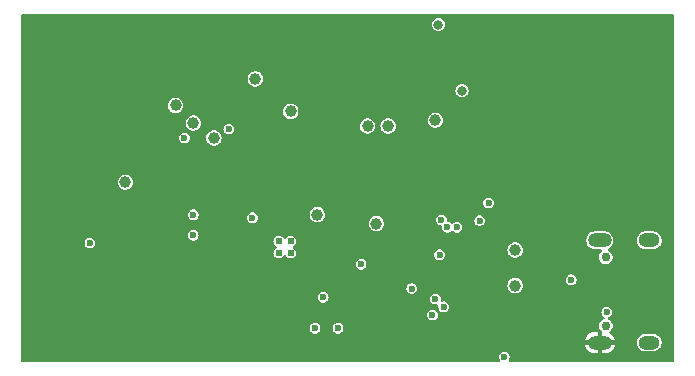
<source format=gbr>
%TF.GenerationSoftware,KiCad,Pcbnew,8.0.7*%
%TF.CreationDate,2025-01-06T14:24:51-08:00*%
%TF.ProjectId,motion-play-power,6d6f7469-6f6e-42d7-906c-61792d706f77,rev?*%
%TF.SameCoordinates,Original*%
%TF.FileFunction,Copper,L2,Inr*%
%TF.FilePolarity,Positive*%
%FSLAX46Y46*%
G04 Gerber Fmt 4.6, Leading zero omitted, Abs format (unit mm)*
G04 Created by KiCad (PCBNEW 8.0.7) date 2025-01-06 14:24:51*
%MOMM*%
%LPD*%
G01*
G04 APERTURE LIST*
%TA.AperFunction,ComponentPad*%
%ADD10C,0.750000*%
%TD*%
%TA.AperFunction,ComponentPad*%
%ADD11O,2.000000X1.200000*%
%TD*%
%TA.AperFunction,ComponentPad*%
%ADD12O,1.800000X1.200000*%
%TD*%
%TA.AperFunction,ComponentPad*%
%ADD13C,0.610000*%
%TD*%
%TA.AperFunction,ViaPad*%
%ADD14C,0.600000*%
%TD*%
%TA.AperFunction,ViaPad*%
%ADD15C,1.000000*%
%TD*%
%TA.AperFunction,ViaPad*%
%ADD16C,0.800000*%
%TD*%
G04 APERTURE END LIST*
D10*
%TO.N,*%
%TO.C,USBC1*%
X176422500Y-105650000D03*
X176422500Y-99850000D03*
D11*
%TO.N,GND*%
X175922500Y-107080000D03*
%TO.N,N/C*%
X175922500Y-98420000D03*
D12*
X180102500Y-98420000D03*
X180102500Y-107080000D03*
%TD*%
D13*
%TO.N,*%
%TO.C,U5*%
X149750000Y-98500000D03*
X148750000Y-98500000D03*
X149750000Y-99500000D03*
X148750000Y-99500000D03*
%TD*%
D14*
%TO.N,Net-(U4-FB)*%
X140750000Y-89750000D03*
X144500000Y-89000000D03*
%TO.N,GND*%
X128250000Y-102250000D03*
X128250000Y-99000000D03*
X168500000Y-81712500D03*
X170250000Y-80250000D03*
X178500000Y-92750000D03*
X181000000Y-92750000D03*
%TO.N,+3.3V*%
X146500000Y-96500000D03*
D15*
%TO.N,/Battery Management/VSYS*%
X157000000Y-97000000D03*
X152000000Y-96250000D03*
D14*
%TO.N,GND*%
X174250000Y-99500000D03*
X174475668Y-98757853D03*
D15*
%TO.N,Protected_VBUS*%
X168750000Y-99250000D03*
X168750000Y-102250000D03*
D14*
%TO.N,GND*%
X174250000Y-106500000D03*
%TO.N,+3.3V*%
X141500000Y-98000000D03*
X141500000Y-96250000D03*
D15*
%TO.N,+5V*%
X135750000Y-93500000D03*
%TO.N,/Battery Management/VSYS*%
X162000000Y-88250000D03*
D14*
%TO.N,/Battery Management/CHRG_PG*%
X155700735Y-100450735D03*
D15*
%TO.N,/Battery Management/VSYS*%
X158000000Y-88750000D03*
X156250000Y-88750000D03*
D14*
%TO.N,GND*%
X144500000Y-85750000D03*
D15*
%TO.N,/Battery Management/VSYS*%
X143250000Y-89750000D03*
X146750000Y-84750000D03*
X149750000Y-87500000D03*
%TO.N,+5V*%
X141500000Y-88500000D03*
X140000000Y-87000000D03*
D14*
%TO.N,GND*%
X154500000Y-83250000D03*
X153000000Y-83250000D03*
X166750000Y-103000000D03*
X155975000Y-94250000D03*
X163250000Y-93750000D03*
X156250000Y-86475000D03*
X161750000Y-92250000D03*
X170175000Y-106000000D03*
X169075000Y-91250000D03*
X141500000Y-86475000D03*
X162500000Y-92250000D03*
X165750000Y-94000000D03*
X163178305Y-105770565D03*
X170175000Y-107500000D03*
X165250000Y-91500000D03*
X175400000Y-83000000D03*
X165750000Y-103000000D03*
X170362500Y-99000000D03*
X161429826Y-96929826D03*
X143000000Y-86475000D03*
X162500000Y-93000000D03*
X144025000Y-98000000D03*
X141580000Y-83250000D03*
X171775000Y-104010000D03*
X161000000Y-90250000D03*
X169075000Y-92750000D03*
X158000000Y-86475000D03*
X135750000Y-98657500D03*
X163250000Y-107250000D03*
X161750000Y-93750000D03*
X155975000Y-92750000D03*
X160500000Y-90500000D03*
X154225000Y-97000000D03*
X161750000Y-93000000D03*
X164250000Y-108000000D03*
X171775000Y-102500000D03*
X146480000Y-100900000D03*
X163250000Y-92250000D03*
X163250000Y-93000000D03*
X162500000Y-93750000D03*
X153700000Y-83250000D03*
X142610000Y-104097500D03*
%TO.N,+3.3V*%
X132750000Y-98657500D03*
%TO.N,Net-(F1-Pad1)*%
X173500000Y-101750000D03*
X176500000Y-104500000D03*
%TO.N,I2C_SDA*%
X162700380Y-104049620D03*
X163817039Y-97325000D03*
X160000000Y-102500000D03*
%TO.N,I2C_SCL*%
X162357818Y-99632818D03*
X163017072Y-97317499D03*
%TO.N,/Battery Management/CHRG_INT*%
X161750000Y-104750000D03*
X165750000Y-96750000D03*
X162000000Y-103399620D03*
X153750000Y-105875000D03*
%TO.N,/Battery Management/CHRG_STAT*%
X152500000Y-103250000D03*
X162506927Y-96701255D03*
%TO.N,/Connectors/USB_ALERT*%
X151804443Y-105875000D03*
X167832087Y-108289729D03*
%TO.N,/Battery Management/CHRG_PG*%
X166500000Y-95250000D03*
D16*
%TO.N,VBAT*%
X162250000Y-80150000D03*
X164250000Y-85750000D03*
%TD*%
%TA.AperFunction,Conductor*%
%TO.N,GND*%
G36*
X182127539Y-79270185D02*
G01*
X182173294Y-79322989D01*
X182184500Y-79374500D01*
X182184500Y-108625500D01*
X182164815Y-108692539D01*
X182112011Y-108738294D01*
X182060500Y-108749500D01*
X168301312Y-108749500D01*
X168234273Y-108729815D01*
X168188518Y-108677011D01*
X168178574Y-108607853D01*
X168207599Y-108544297D01*
X168207600Y-108544297D01*
X168214966Y-108535796D01*
X168214966Y-108535794D01*
X168214969Y-108535792D01*
X168268784Y-108417955D01*
X168287220Y-108289729D01*
X168268784Y-108161503D01*
X168214969Y-108043666D01*
X168130136Y-107945762D01*
X168021156Y-107875725D01*
X168021152Y-107875723D01*
X168021151Y-107875723D01*
X167896861Y-107839229D01*
X167896859Y-107839229D01*
X167767315Y-107839229D01*
X167767313Y-107839229D01*
X167643022Y-107875723D01*
X167643019Y-107875724D01*
X167643018Y-107875725D01*
X167640146Y-107877571D01*
X167534037Y-107945762D01*
X167449205Y-108043666D01*
X167449204Y-108043667D01*
X167395389Y-108161503D01*
X167376954Y-108289729D01*
X167395389Y-108417954D01*
X167449204Y-108535790D01*
X167449207Y-108535796D01*
X167456574Y-108544297D01*
X167485600Y-108607852D01*
X167475657Y-108677011D01*
X167429902Y-108729815D01*
X167362863Y-108749500D01*
X127059500Y-108749500D01*
X126992461Y-108729815D01*
X126946706Y-108677011D01*
X126935500Y-108625500D01*
X126935500Y-106880000D01*
X174644650Y-106880000D01*
X175176079Y-106880000D01*
X175149748Y-106925606D01*
X175122489Y-107027339D01*
X175122489Y-107132661D01*
X175149748Y-107234394D01*
X175176079Y-107280000D01*
X174644650Y-107280000D01*
X174657084Y-107342512D01*
X174657086Y-107342520D01*
X174724928Y-107506307D01*
X174724933Y-107506316D01*
X174823423Y-107653716D01*
X174823426Y-107653720D01*
X174948779Y-107779073D01*
X174948783Y-107779076D01*
X175096183Y-107877566D01*
X175096192Y-107877571D01*
X175259979Y-107945413D01*
X175259987Y-107945415D01*
X175433853Y-107979999D01*
X175433857Y-107980000D01*
X175722500Y-107980000D01*
X175722500Y-107479999D01*
X176122500Y-107479999D01*
X176122500Y-107980000D01*
X176411143Y-107980000D01*
X176411146Y-107979999D01*
X176585012Y-107945415D01*
X176585020Y-107945413D01*
X176748807Y-107877571D01*
X176748816Y-107877566D01*
X176896216Y-107779076D01*
X176896220Y-107779073D01*
X177021573Y-107653720D01*
X177021576Y-107653716D01*
X177120066Y-107506316D01*
X177120071Y-107506307D01*
X177187913Y-107342520D01*
X177187915Y-107342512D01*
X177200350Y-107280000D01*
X176668921Y-107280000D01*
X176695252Y-107234394D01*
X176716815Y-107153920D01*
X179051999Y-107153920D01*
X179080840Y-107298907D01*
X179080843Y-107298917D01*
X179137412Y-107435488D01*
X179137419Y-107435501D01*
X179219548Y-107558415D01*
X179219551Y-107558419D01*
X179324080Y-107662948D01*
X179324084Y-107662951D01*
X179446998Y-107745080D01*
X179447011Y-107745087D01*
X179529069Y-107779076D01*
X179583587Y-107801658D01*
X179583591Y-107801658D01*
X179583592Y-107801659D01*
X179728579Y-107830500D01*
X179728582Y-107830500D01*
X180476420Y-107830500D01*
X180573962Y-107811096D01*
X180621413Y-107801658D01*
X180757995Y-107745084D01*
X180880916Y-107662951D01*
X180985451Y-107558416D01*
X181067584Y-107435495D01*
X181124158Y-107298913D01*
X181153000Y-107153918D01*
X181153000Y-107006082D01*
X181153000Y-107006079D01*
X181124159Y-106861092D01*
X181124158Y-106861091D01*
X181124158Y-106861087D01*
X181113102Y-106834395D01*
X181067587Y-106724511D01*
X181067580Y-106724498D01*
X180985451Y-106601584D01*
X180985448Y-106601580D01*
X180880919Y-106497051D01*
X180880915Y-106497048D01*
X180758001Y-106414919D01*
X180757988Y-106414912D01*
X180621417Y-106358343D01*
X180621407Y-106358340D01*
X180476420Y-106329500D01*
X180476418Y-106329500D01*
X179728582Y-106329500D01*
X179728580Y-106329500D01*
X179583592Y-106358340D01*
X179583582Y-106358343D01*
X179447011Y-106414912D01*
X179446998Y-106414919D01*
X179324084Y-106497048D01*
X179324080Y-106497051D01*
X179219551Y-106601580D01*
X179219548Y-106601584D01*
X179137419Y-106724498D01*
X179137412Y-106724511D01*
X179080843Y-106861082D01*
X179080840Y-106861092D01*
X179052000Y-107006079D01*
X179052000Y-107006082D01*
X179052000Y-107153918D01*
X179052000Y-107153920D01*
X179051999Y-107153920D01*
X176716815Y-107153920D01*
X176722511Y-107132661D01*
X176722511Y-107027339D01*
X176695252Y-106925606D01*
X176668921Y-106880000D01*
X177200350Y-106880000D01*
X177187915Y-106817487D01*
X177187913Y-106817479D01*
X177120071Y-106653692D01*
X177120066Y-106653683D01*
X177021576Y-106506283D01*
X177021573Y-106506279D01*
X176896220Y-106380926D01*
X176896216Y-106380923D01*
X176787391Y-106308208D01*
X176742586Y-106254596D01*
X176733879Y-106185271D01*
X176764034Y-106122243D01*
X176770301Y-106116445D01*
X176770118Y-106116262D01*
X176775867Y-106110513D01*
X176883015Y-106003365D01*
X176958781Y-105872135D01*
X176998000Y-105725766D01*
X176998000Y-105574234D01*
X176958781Y-105427865D01*
X176883015Y-105296635D01*
X176775865Y-105189485D01*
X176773476Y-105188105D01*
X176679419Y-105133800D01*
X176631204Y-105083233D01*
X176617982Y-105014626D01*
X176643950Y-104949761D01*
X176682184Y-104919695D01*
X176681608Y-104918798D01*
X176689066Y-104914004D01*
X176689069Y-104914004D01*
X176798049Y-104843967D01*
X176882882Y-104746063D01*
X176936697Y-104628226D01*
X176955133Y-104500000D01*
X176936697Y-104371774D01*
X176882882Y-104253937D01*
X176798049Y-104156033D01*
X176689069Y-104085996D01*
X176689065Y-104085994D01*
X176689064Y-104085994D01*
X176564774Y-104049500D01*
X176564772Y-104049500D01*
X176435228Y-104049500D01*
X176435226Y-104049500D01*
X176310935Y-104085994D01*
X176310932Y-104085995D01*
X176310931Y-104085996D01*
X176259677Y-104118934D01*
X176201950Y-104156033D01*
X176117118Y-104253937D01*
X176117117Y-104253938D01*
X176063302Y-104371774D01*
X176044867Y-104500000D01*
X176063302Y-104628225D01*
X176117117Y-104746061D01*
X176117118Y-104746063D01*
X176201951Y-104843967D01*
X176261912Y-104882501D01*
X176307666Y-104935304D01*
X176317610Y-105004462D01*
X176288586Y-105068018D01*
X176229808Y-105105793D01*
X176226968Y-105106590D01*
X176200365Y-105113718D01*
X176069135Y-105189485D01*
X176069132Y-105189487D01*
X175961987Y-105296632D01*
X175961985Y-105296635D01*
X175886219Y-105427863D01*
X175847000Y-105574234D01*
X175847000Y-105725765D01*
X175886219Y-105872136D01*
X175887873Y-105875000D01*
X175961985Y-106003365D01*
X176069135Y-106110515D01*
X176069137Y-106110516D01*
X176073986Y-106114237D01*
X176115189Y-106170665D01*
X176122500Y-106212613D01*
X176122500Y-106680001D01*
X175722500Y-106680001D01*
X175722500Y-106180000D01*
X175433853Y-106180000D01*
X175259987Y-106214584D01*
X175259979Y-106214586D01*
X175096192Y-106282428D01*
X175096183Y-106282433D01*
X174948783Y-106380923D01*
X174948779Y-106380926D01*
X174823426Y-106506279D01*
X174823423Y-106506283D01*
X174724933Y-106653683D01*
X174724928Y-106653692D01*
X174657086Y-106817479D01*
X174657084Y-106817487D01*
X174644650Y-106880000D01*
X126935500Y-106880000D01*
X126935500Y-105875000D01*
X151349310Y-105875000D01*
X151367745Y-106003225D01*
X151367809Y-106003365D01*
X151421561Y-106121063D01*
X151506394Y-106218967D01*
X151615374Y-106289004D01*
X151739668Y-106325499D01*
X151739670Y-106325500D01*
X151739671Y-106325500D01*
X151869216Y-106325500D01*
X151869216Y-106325499D01*
X151993512Y-106289004D01*
X152102492Y-106218967D01*
X152187325Y-106121063D01*
X152241140Y-106003226D01*
X152259576Y-105875000D01*
X153294867Y-105875000D01*
X153313302Y-106003225D01*
X153313366Y-106003365D01*
X153367118Y-106121063D01*
X153451951Y-106218967D01*
X153560931Y-106289004D01*
X153685225Y-106325499D01*
X153685227Y-106325500D01*
X153685228Y-106325500D01*
X153814773Y-106325500D01*
X153814773Y-106325499D01*
X153939069Y-106289004D01*
X154048049Y-106218967D01*
X154132882Y-106121063D01*
X154186697Y-106003226D01*
X154205133Y-105875000D01*
X154186697Y-105746774D01*
X154132882Y-105628937D01*
X154048049Y-105531033D01*
X153939069Y-105460996D01*
X153939065Y-105460994D01*
X153939064Y-105460994D01*
X153814774Y-105424500D01*
X153814772Y-105424500D01*
X153685228Y-105424500D01*
X153685226Y-105424500D01*
X153560935Y-105460994D01*
X153560932Y-105460995D01*
X153560931Y-105460996D01*
X153509677Y-105493934D01*
X153451950Y-105531033D01*
X153367118Y-105628937D01*
X153367117Y-105628938D01*
X153313302Y-105746774D01*
X153294867Y-105875000D01*
X152259576Y-105875000D01*
X152241140Y-105746774D01*
X152187325Y-105628937D01*
X152102492Y-105531033D01*
X151993512Y-105460996D01*
X151993508Y-105460994D01*
X151993507Y-105460994D01*
X151869217Y-105424500D01*
X151869215Y-105424500D01*
X151739671Y-105424500D01*
X151739669Y-105424500D01*
X151615378Y-105460994D01*
X151615375Y-105460995D01*
X151615374Y-105460996D01*
X151564120Y-105493934D01*
X151506393Y-105531033D01*
X151421561Y-105628937D01*
X151421560Y-105628938D01*
X151367745Y-105746774D01*
X151349310Y-105875000D01*
X126935500Y-105875000D01*
X126935500Y-104750000D01*
X161294867Y-104750000D01*
X161313302Y-104878225D01*
X161332241Y-104919695D01*
X161367118Y-104996063D01*
X161451951Y-105093967D01*
X161560931Y-105164004D01*
X161685225Y-105200499D01*
X161685227Y-105200500D01*
X161685228Y-105200500D01*
X161814773Y-105200500D01*
X161814773Y-105200499D01*
X161939069Y-105164004D01*
X162048049Y-105093967D01*
X162132882Y-104996063D01*
X162186697Y-104878226D01*
X162205133Y-104750000D01*
X162186697Y-104621774D01*
X162132882Y-104503937D01*
X162048049Y-104406033D01*
X161939069Y-104335996D01*
X161939065Y-104335994D01*
X161939064Y-104335994D01*
X161814774Y-104299500D01*
X161814772Y-104299500D01*
X161685228Y-104299500D01*
X161685226Y-104299500D01*
X161560935Y-104335994D01*
X161560932Y-104335995D01*
X161560931Y-104335996D01*
X161509677Y-104368934D01*
X161451950Y-104406033D01*
X161367118Y-104503937D01*
X161367117Y-104503938D01*
X161313302Y-104621774D01*
X161294867Y-104750000D01*
X126935500Y-104750000D01*
X126935500Y-103250000D01*
X152044867Y-103250000D01*
X152063302Y-103378225D01*
X152073073Y-103399619D01*
X152117118Y-103496063D01*
X152201951Y-103593967D01*
X152310931Y-103664004D01*
X152435225Y-103700499D01*
X152435227Y-103700500D01*
X152435228Y-103700500D01*
X152564773Y-103700500D01*
X152564773Y-103700499D01*
X152689069Y-103664004D01*
X152798049Y-103593967D01*
X152882882Y-103496063D01*
X152926927Y-103399620D01*
X161544867Y-103399620D01*
X161563302Y-103527845D01*
X161617117Y-103645681D01*
X161617118Y-103645683D01*
X161701951Y-103743587D01*
X161810931Y-103813624D01*
X161901981Y-103840358D01*
X161935225Y-103850119D01*
X161935227Y-103850120D01*
X161935228Y-103850120D01*
X162064771Y-103850120D01*
X162064772Y-103850120D01*
X162098019Y-103840357D01*
X162167885Y-103840357D01*
X162226664Y-103878131D01*
X162255690Y-103941686D01*
X162255690Y-103976981D01*
X162245247Y-104049618D01*
X162245247Y-104049619D01*
X162263682Y-104177845D01*
X162298433Y-104253937D01*
X162317498Y-104295683D01*
X162402331Y-104393587D01*
X162511311Y-104463624D01*
X162635605Y-104500119D01*
X162635607Y-104500120D01*
X162635608Y-104500120D01*
X162765153Y-104500120D01*
X162765153Y-104500119D01*
X162889449Y-104463624D01*
X162998429Y-104393587D01*
X163083262Y-104295683D01*
X163137077Y-104177846D01*
X163155513Y-104049620D01*
X163137077Y-103921394D01*
X163083262Y-103803557D01*
X162998429Y-103705653D01*
X162889449Y-103635616D01*
X162889445Y-103635614D01*
X162889444Y-103635614D01*
X162765154Y-103599120D01*
X162765152Y-103599120D01*
X162635608Y-103599120D01*
X162602360Y-103608882D01*
X162532490Y-103608881D01*
X162473713Y-103571105D01*
X162444689Y-103507549D01*
X162444689Y-103472257D01*
X162455133Y-103399620D01*
X162436697Y-103271394D01*
X162382882Y-103153557D01*
X162298049Y-103055653D01*
X162189069Y-102985616D01*
X162189065Y-102985614D01*
X162189064Y-102985614D01*
X162064774Y-102949120D01*
X162064772Y-102949120D01*
X161935228Y-102949120D01*
X161935226Y-102949120D01*
X161810935Y-102985614D01*
X161810932Y-102985615D01*
X161810931Y-102985616D01*
X161759677Y-103018554D01*
X161701950Y-103055653D01*
X161617118Y-103153557D01*
X161617117Y-103153558D01*
X161563302Y-103271394D01*
X161544867Y-103399620D01*
X152926927Y-103399620D01*
X152936697Y-103378226D01*
X152955133Y-103250000D01*
X152936697Y-103121774D01*
X152882882Y-103003937D01*
X152798049Y-102906033D01*
X152689069Y-102835996D01*
X152689065Y-102835994D01*
X152689064Y-102835994D01*
X152564774Y-102799500D01*
X152564772Y-102799500D01*
X152435228Y-102799500D01*
X152435226Y-102799500D01*
X152310935Y-102835994D01*
X152310932Y-102835995D01*
X152310931Y-102835996D01*
X152269385Y-102862696D01*
X152201950Y-102906033D01*
X152117118Y-103003937D01*
X152117117Y-103003938D01*
X152063302Y-103121774D01*
X152044867Y-103250000D01*
X126935500Y-103250000D01*
X126935500Y-102500000D01*
X159544867Y-102500000D01*
X159563302Y-102628225D01*
X159589016Y-102684530D01*
X159617118Y-102746063D01*
X159701951Y-102843967D01*
X159810931Y-102914004D01*
X159930528Y-102949120D01*
X159935225Y-102950499D01*
X159935227Y-102950500D01*
X159935228Y-102950500D01*
X160064773Y-102950500D01*
X160064773Y-102950499D01*
X160189069Y-102914004D01*
X160298049Y-102843967D01*
X160382882Y-102746063D01*
X160436697Y-102628226D01*
X160455133Y-102500000D01*
X160436697Y-102371774D01*
X160382882Y-102253937D01*
X160379470Y-102249999D01*
X168094722Y-102249999D01*
X168094722Y-102250000D01*
X168113762Y-102406818D01*
X168149102Y-102500000D01*
X168169780Y-102554523D01*
X168259517Y-102684530D01*
X168377760Y-102789283D01*
X168377762Y-102789284D01*
X168517634Y-102862696D01*
X168671014Y-102900500D01*
X168671015Y-102900500D01*
X168828985Y-102900500D01*
X168982365Y-102862696D01*
X169122240Y-102789283D01*
X169240483Y-102684530D01*
X169330220Y-102554523D01*
X169386237Y-102406818D01*
X169405278Y-102250000D01*
X169394837Y-102164005D01*
X169386237Y-102093181D01*
X169364992Y-102037164D01*
X169330220Y-101945477D01*
X169240483Y-101815470D01*
X169166582Y-101750000D01*
X173044867Y-101750000D01*
X173063302Y-101878225D01*
X173094015Y-101945475D01*
X173117118Y-101996063D01*
X173201951Y-102093967D01*
X173310931Y-102164004D01*
X173435225Y-102200499D01*
X173435227Y-102200500D01*
X173435228Y-102200500D01*
X173564773Y-102200500D01*
X173564773Y-102200499D01*
X173689069Y-102164004D01*
X173798049Y-102093967D01*
X173882882Y-101996063D01*
X173936697Y-101878226D01*
X173955133Y-101750000D01*
X173936697Y-101621774D01*
X173882882Y-101503937D01*
X173798049Y-101406033D01*
X173689069Y-101335996D01*
X173689065Y-101335994D01*
X173689064Y-101335994D01*
X173564774Y-101299500D01*
X173564772Y-101299500D01*
X173435228Y-101299500D01*
X173435226Y-101299500D01*
X173310935Y-101335994D01*
X173310932Y-101335995D01*
X173310931Y-101335996D01*
X173259677Y-101368934D01*
X173201950Y-101406033D01*
X173117118Y-101503937D01*
X173117117Y-101503938D01*
X173063302Y-101621774D01*
X173044867Y-101750000D01*
X169166582Y-101750000D01*
X169122240Y-101710717D01*
X169122238Y-101710716D01*
X169122237Y-101710715D01*
X168982365Y-101637303D01*
X168828986Y-101599500D01*
X168828985Y-101599500D01*
X168671015Y-101599500D01*
X168671014Y-101599500D01*
X168517634Y-101637303D01*
X168377762Y-101710715D01*
X168259516Y-101815471D01*
X168169781Y-101945475D01*
X168169780Y-101945476D01*
X168113762Y-102093181D01*
X168094722Y-102249999D01*
X160379470Y-102249999D01*
X160298049Y-102156033D01*
X160189069Y-102085996D01*
X160189065Y-102085994D01*
X160189064Y-102085994D01*
X160064774Y-102049500D01*
X160064772Y-102049500D01*
X159935228Y-102049500D01*
X159935226Y-102049500D01*
X159810935Y-102085994D01*
X159810932Y-102085995D01*
X159810931Y-102085996D01*
X159759677Y-102118934D01*
X159701950Y-102156033D01*
X159617118Y-102253937D01*
X159617117Y-102253938D01*
X159563302Y-102371774D01*
X159544867Y-102500000D01*
X126935500Y-102500000D01*
X126935500Y-100450735D01*
X155245602Y-100450735D01*
X155264037Y-100578960D01*
X155317852Y-100696796D01*
X155317853Y-100696798D01*
X155402686Y-100794702D01*
X155511666Y-100864739D01*
X155635960Y-100901234D01*
X155635962Y-100901235D01*
X155635963Y-100901235D01*
X155765508Y-100901235D01*
X155765508Y-100901234D01*
X155889804Y-100864739D01*
X155998784Y-100794702D01*
X156083617Y-100696798D01*
X156137432Y-100578961D01*
X156155868Y-100450735D01*
X156137432Y-100322509D01*
X156083617Y-100204672D01*
X155998784Y-100106768D01*
X155889804Y-100036731D01*
X155889800Y-100036729D01*
X155889799Y-100036729D01*
X155765509Y-100000235D01*
X155765507Y-100000235D01*
X155635963Y-100000235D01*
X155635961Y-100000235D01*
X155511670Y-100036729D01*
X155511667Y-100036730D01*
X155511666Y-100036731D01*
X155460412Y-100069669D01*
X155402685Y-100106768D01*
X155317853Y-100204672D01*
X155317852Y-100204673D01*
X155264037Y-100322509D01*
X155245602Y-100450735D01*
X126935500Y-100450735D01*
X126935500Y-98657500D01*
X132294867Y-98657500D01*
X132313302Y-98785725D01*
X132363520Y-98895684D01*
X132367118Y-98903563D01*
X132451951Y-99001467D01*
X132560931Y-99071504D01*
X132685225Y-99107999D01*
X132685227Y-99108000D01*
X132685228Y-99108000D01*
X132814773Y-99108000D01*
X132814773Y-99107999D01*
X132939069Y-99071504D01*
X133048049Y-99001467D01*
X133132882Y-98903563D01*
X133186697Y-98785726D01*
X133205133Y-98657500D01*
X133186697Y-98529274D01*
X133173328Y-98500000D01*
X148289816Y-98500000D01*
X148308456Y-98629647D01*
X148308457Y-98629649D01*
X148311953Y-98637304D01*
X148362866Y-98748790D01*
X148362868Y-98748792D01*
X148362869Y-98748794D01*
X148448644Y-98847784D01*
X148448646Y-98847785D01*
X148448648Y-98847787D01*
X148523178Y-98895685D01*
X148568933Y-98948489D01*
X148578877Y-99017647D01*
X148549852Y-99081203D01*
X148523178Y-99104315D01*
X148448648Y-99152212D01*
X148448646Y-99152214D01*
X148448644Y-99152215D01*
X148448644Y-99152216D01*
X148390937Y-99218814D01*
X148362869Y-99251206D01*
X148362866Y-99251209D01*
X148308457Y-99370351D01*
X148308456Y-99370352D01*
X148289816Y-99500000D01*
X148308456Y-99629647D01*
X148308457Y-99629649D01*
X148323701Y-99663030D01*
X148362866Y-99748790D01*
X148362868Y-99748792D01*
X148362869Y-99748794D01*
X148448644Y-99847784D01*
X148558833Y-99918598D01*
X148662881Y-99949149D01*
X148684508Y-99955500D01*
X148684509Y-99955500D01*
X148815492Y-99955500D01*
X148833943Y-99950081D01*
X148941167Y-99918598D01*
X149051356Y-99847784D01*
X149137131Y-99748794D01*
X149137205Y-99748631D01*
X149137321Y-99748497D01*
X149141925Y-99741334D01*
X149142954Y-99741995D01*
X149182956Y-99695828D01*
X149249995Y-99676141D01*
X149317035Y-99695823D01*
X149357046Y-99741994D01*
X149358075Y-99741334D01*
X149362670Y-99748484D01*
X149362791Y-99748624D01*
X149362869Y-99748794D01*
X149448644Y-99847784D01*
X149558833Y-99918598D01*
X149662881Y-99949149D01*
X149684508Y-99955500D01*
X149684509Y-99955500D01*
X149815492Y-99955500D01*
X149833943Y-99950081D01*
X149941167Y-99918598D01*
X150051356Y-99847784D01*
X150137131Y-99748794D01*
X150140237Y-99741994D01*
X150142916Y-99736126D01*
X150190096Y-99632818D01*
X161902685Y-99632818D01*
X161921120Y-99761043D01*
X161960734Y-99847784D01*
X161974936Y-99878881D01*
X162059769Y-99976785D01*
X162168749Y-100046822D01*
X162254963Y-100072136D01*
X162293043Y-100083317D01*
X162293045Y-100083318D01*
X162293046Y-100083318D01*
X162422591Y-100083318D01*
X162422591Y-100083317D01*
X162546887Y-100046822D01*
X162655867Y-99976785D01*
X162740700Y-99878881D01*
X162794515Y-99761044D01*
X162812951Y-99632818D01*
X162794515Y-99504592D01*
X162740700Y-99386755D01*
X162655867Y-99288851D01*
X162595412Y-99249999D01*
X168094722Y-99249999D01*
X168094722Y-99250000D01*
X168113762Y-99406818D01*
X168169780Y-99554523D01*
X168259517Y-99684530D01*
X168377760Y-99789283D01*
X168377762Y-99789284D01*
X168517634Y-99862696D01*
X168671014Y-99900500D01*
X168671015Y-99900500D01*
X168828985Y-99900500D01*
X168982365Y-99862696D01*
X169010777Y-99847784D01*
X169122240Y-99789283D01*
X169240483Y-99684530D01*
X169330220Y-99554523D01*
X169386237Y-99406818D01*
X169405278Y-99250000D01*
X169393405Y-99152212D01*
X169386237Y-99093181D01*
X169351454Y-99001466D01*
X169330220Y-98945477D01*
X169240483Y-98815470D01*
X169122240Y-98710717D01*
X169122238Y-98710716D01*
X169122237Y-98710715D01*
X168982365Y-98637303D01*
X168828986Y-98599500D01*
X168828985Y-98599500D01*
X168671015Y-98599500D01*
X168671014Y-98599500D01*
X168517634Y-98637303D01*
X168377762Y-98710715D01*
X168259516Y-98815471D01*
X168169781Y-98945475D01*
X168169780Y-98945476D01*
X168113762Y-99093181D01*
X168094722Y-99249999D01*
X162595412Y-99249999D01*
X162546887Y-99218814D01*
X162546883Y-99218812D01*
X162546882Y-99218812D01*
X162422592Y-99182318D01*
X162422590Y-99182318D01*
X162293046Y-99182318D01*
X162293044Y-99182318D01*
X162168753Y-99218812D01*
X162168750Y-99218813D01*
X162168749Y-99218814D01*
X162131132Y-99242989D01*
X162059768Y-99288851D01*
X161974936Y-99386755D01*
X161974935Y-99386756D01*
X161921120Y-99504592D01*
X161902685Y-99632818D01*
X150190096Y-99632818D01*
X150191543Y-99629649D01*
X150210184Y-99500000D01*
X150191543Y-99370351D01*
X150140236Y-99258004D01*
X150137133Y-99251209D01*
X150137131Y-99251207D01*
X150137131Y-99251206D01*
X150051356Y-99152216D01*
X149976819Y-99104314D01*
X149931066Y-99051512D01*
X149921122Y-98982354D01*
X149950147Y-98918798D01*
X149976820Y-98895685D01*
X150051356Y-98847784D01*
X150137131Y-98748794D01*
X150140237Y-98741994D01*
X150154521Y-98710715D01*
X150191543Y-98629649D01*
X150210184Y-98500000D01*
X150209310Y-98493920D01*
X174771999Y-98493920D01*
X174800840Y-98638907D01*
X174800843Y-98638917D01*
X174857412Y-98775488D01*
X174857419Y-98775501D01*
X174939548Y-98898415D01*
X174939551Y-98898419D01*
X175044080Y-99002948D01*
X175044084Y-99002951D01*
X175166998Y-99085080D01*
X175167011Y-99085087D01*
X175303582Y-99141656D01*
X175303587Y-99141658D01*
X175303591Y-99141658D01*
X175303592Y-99141659D01*
X175448579Y-99170500D01*
X175989230Y-99170500D01*
X176056269Y-99190185D01*
X176102024Y-99242989D01*
X176111968Y-99312147D01*
X176082943Y-99375703D01*
X176074655Y-99383511D01*
X176074882Y-99383738D01*
X175961987Y-99496632D01*
X175961985Y-99496635D01*
X175886219Y-99627863D01*
X175847000Y-99774234D01*
X175847000Y-99925765D01*
X175886219Y-100072136D01*
X175906214Y-100106768D01*
X175961985Y-100203365D01*
X176069135Y-100310515D01*
X176200365Y-100386281D01*
X176346734Y-100425500D01*
X176346736Y-100425500D01*
X176498264Y-100425500D01*
X176498266Y-100425500D01*
X176644635Y-100386281D01*
X176775865Y-100310515D01*
X176883015Y-100203365D01*
X176958781Y-100072135D01*
X176998000Y-99925766D01*
X176998000Y-99774234D01*
X176958781Y-99627865D01*
X176883015Y-99496635D01*
X176775865Y-99389485D01*
X176645749Y-99314362D01*
X176597534Y-99263794D01*
X176584312Y-99195187D01*
X176610280Y-99130323D01*
X176660297Y-99092414D01*
X176677995Y-99085084D01*
X176800916Y-99002951D01*
X176905451Y-98898416D01*
X176987584Y-98775495D01*
X177044158Y-98638913D01*
X177065967Y-98529274D01*
X177073000Y-98493920D01*
X179051999Y-98493920D01*
X179080840Y-98638907D01*
X179080843Y-98638917D01*
X179137412Y-98775488D01*
X179137419Y-98775501D01*
X179219548Y-98898415D01*
X179219551Y-98898419D01*
X179324080Y-99002948D01*
X179324084Y-99002951D01*
X179446998Y-99085080D01*
X179447011Y-99085087D01*
X179583582Y-99141656D01*
X179583587Y-99141658D01*
X179583591Y-99141658D01*
X179583592Y-99141659D01*
X179728579Y-99170500D01*
X179728582Y-99170500D01*
X180476420Y-99170500D01*
X180573962Y-99151096D01*
X180621413Y-99141658D01*
X180757995Y-99085084D01*
X180880916Y-99002951D01*
X180985451Y-98898416D01*
X181067584Y-98775495D01*
X181124158Y-98638913D01*
X181145967Y-98529274D01*
X181153000Y-98493920D01*
X181153000Y-98346079D01*
X181124159Y-98201092D01*
X181124158Y-98201091D01*
X181124158Y-98201087D01*
X181093978Y-98128225D01*
X181067587Y-98064511D01*
X181067580Y-98064498D01*
X180985451Y-97941584D01*
X180985448Y-97941580D01*
X180880919Y-97837051D01*
X180880915Y-97837048D01*
X180758001Y-97754919D01*
X180757988Y-97754912D01*
X180621417Y-97698343D01*
X180621407Y-97698340D01*
X180476420Y-97669500D01*
X180476418Y-97669500D01*
X179728582Y-97669500D01*
X179728580Y-97669500D01*
X179583592Y-97698340D01*
X179583582Y-97698343D01*
X179447011Y-97754912D01*
X179446998Y-97754919D01*
X179324084Y-97837048D01*
X179324080Y-97837051D01*
X179219551Y-97941580D01*
X179219548Y-97941584D01*
X179137419Y-98064498D01*
X179137412Y-98064511D01*
X179080843Y-98201082D01*
X179080840Y-98201092D01*
X179052000Y-98346079D01*
X179052000Y-98346082D01*
X179052000Y-98493918D01*
X179052000Y-98493920D01*
X179051999Y-98493920D01*
X177073000Y-98493920D01*
X177073000Y-98346079D01*
X177044159Y-98201092D01*
X177044158Y-98201091D01*
X177044158Y-98201087D01*
X177013978Y-98128225D01*
X176987587Y-98064511D01*
X176987580Y-98064498D01*
X176905451Y-97941584D01*
X176905448Y-97941580D01*
X176800919Y-97837051D01*
X176800915Y-97837048D01*
X176678001Y-97754919D01*
X176677988Y-97754912D01*
X176541417Y-97698343D01*
X176541407Y-97698340D01*
X176396420Y-97669500D01*
X176396418Y-97669500D01*
X175448582Y-97669500D01*
X175448580Y-97669500D01*
X175303592Y-97698340D01*
X175303582Y-97698343D01*
X175167011Y-97754912D01*
X175166998Y-97754919D01*
X175044084Y-97837048D01*
X175044080Y-97837051D01*
X174939551Y-97941580D01*
X174939548Y-97941584D01*
X174857419Y-98064498D01*
X174857412Y-98064511D01*
X174800843Y-98201082D01*
X174800840Y-98201092D01*
X174772000Y-98346079D01*
X174772000Y-98346082D01*
X174772000Y-98493918D01*
X174772000Y-98493920D01*
X174771999Y-98493920D01*
X150209310Y-98493920D01*
X150191543Y-98370351D01*
X150140236Y-98258004D01*
X150137133Y-98251209D01*
X150137131Y-98251207D01*
X150137131Y-98251206D01*
X150051356Y-98152216D01*
X149941167Y-98081402D01*
X149852394Y-98055335D01*
X149815492Y-98044500D01*
X149815491Y-98044500D01*
X149684509Y-98044500D01*
X149684508Y-98044500D01*
X149632265Y-98059840D01*
X149558833Y-98081402D01*
X149558831Y-98081402D01*
X149558831Y-98081403D01*
X149448645Y-98152215D01*
X149362869Y-98251206D01*
X149362868Y-98251207D01*
X149362794Y-98251370D01*
X149362677Y-98251504D01*
X149358075Y-98258666D01*
X149357045Y-98258004D01*
X149317039Y-98304174D01*
X149250000Y-98323858D01*
X149182960Y-98304173D01*
X149142954Y-98258004D01*
X149141925Y-98258666D01*
X149137322Y-98251504D01*
X149137206Y-98251370D01*
X149137131Y-98251207D01*
X149137131Y-98251206D01*
X149051356Y-98152216D01*
X148941167Y-98081402D01*
X148852394Y-98055335D01*
X148815492Y-98044500D01*
X148815491Y-98044500D01*
X148684509Y-98044500D01*
X148684508Y-98044500D01*
X148632265Y-98059840D01*
X148558833Y-98081402D01*
X148558831Y-98081402D01*
X148558831Y-98081403D01*
X148448645Y-98152215D01*
X148362869Y-98251206D01*
X148362866Y-98251209D01*
X148308457Y-98370351D01*
X148308456Y-98370352D01*
X148289816Y-98500000D01*
X133173328Y-98500000D01*
X133132882Y-98411437D01*
X133048049Y-98313533D01*
X132939069Y-98243496D01*
X132939065Y-98243494D01*
X132939064Y-98243494D01*
X132814774Y-98207000D01*
X132814772Y-98207000D01*
X132685228Y-98207000D01*
X132685226Y-98207000D01*
X132560935Y-98243494D01*
X132560932Y-98243495D01*
X132560931Y-98243496D01*
X132537326Y-98258666D01*
X132451950Y-98313533D01*
X132367118Y-98411437D01*
X132367117Y-98411438D01*
X132313302Y-98529274D01*
X132294867Y-98657500D01*
X126935500Y-98657500D01*
X126935500Y-98000000D01*
X141044867Y-98000000D01*
X141063302Y-98128225D01*
X141096578Y-98201087D01*
X141117118Y-98246063D01*
X141201951Y-98343967D01*
X141310931Y-98414004D01*
X141435225Y-98450499D01*
X141435227Y-98450500D01*
X141435228Y-98450500D01*
X141564773Y-98450500D01*
X141564773Y-98450499D01*
X141689069Y-98414004D01*
X141798049Y-98343967D01*
X141882882Y-98246063D01*
X141936697Y-98128226D01*
X141955133Y-98000000D01*
X141936697Y-97871774D01*
X141882882Y-97753937D01*
X141798049Y-97656033D01*
X141689069Y-97585996D01*
X141689065Y-97585994D01*
X141689064Y-97585994D01*
X141564774Y-97549500D01*
X141564772Y-97549500D01*
X141435228Y-97549500D01*
X141435226Y-97549500D01*
X141310935Y-97585994D01*
X141310932Y-97585995D01*
X141310931Y-97585996D01*
X141269385Y-97612696D01*
X141201950Y-97656033D01*
X141117118Y-97753937D01*
X141117117Y-97753938D01*
X141063302Y-97871774D01*
X141044867Y-98000000D01*
X126935500Y-98000000D01*
X126935500Y-96999999D01*
X156344722Y-96999999D01*
X156344722Y-97000000D01*
X156363762Y-97156818D01*
X156380329Y-97200500D01*
X156419780Y-97304523D01*
X156509517Y-97434530D01*
X156627760Y-97539283D01*
X156627762Y-97539284D01*
X156767634Y-97612696D01*
X156921014Y-97650500D01*
X156921015Y-97650500D01*
X157078985Y-97650500D01*
X157232365Y-97612696D01*
X157283237Y-97585996D01*
X157372240Y-97539283D01*
X157490483Y-97434530D01*
X157580220Y-97304523D01*
X157636237Y-97156818D01*
X157655278Y-97000000D01*
X157653672Y-96986769D01*
X157636237Y-96843181D01*
X157600898Y-96750000D01*
X157582411Y-96701255D01*
X162051794Y-96701255D01*
X162070229Y-96829480D01*
X162104031Y-96903495D01*
X162124045Y-96947318D01*
X162208878Y-97045222D01*
X162317858Y-97115259D01*
X162412348Y-97143003D01*
X162442152Y-97151754D01*
X162442154Y-97151755D01*
X162442666Y-97151755D01*
X162443157Y-97151899D01*
X162450932Y-97153017D01*
X162450771Y-97154134D01*
X162509705Y-97171440D01*
X162555460Y-97224244D01*
X162565403Y-97293400D01*
X162563805Y-97304523D01*
X162561939Y-97317499D01*
X162580374Y-97445724D01*
X162618801Y-97529865D01*
X162634190Y-97563562D01*
X162719023Y-97661466D01*
X162828003Y-97731503D01*
X162907753Y-97754919D01*
X162952297Y-97767998D01*
X162952299Y-97767999D01*
X162952300Y-97767999D01*
X163081845Y-97767999D01*
X163081845Y-97767998D01*
X163206141Y-97731503D01*
X163315121Y-97661466D01*
X163320088Y-97655732D01*
X163378863Y-97617956D01*
X163448733Y-97617952D01*
X163507513Y-97655723D01*
X163507518Y-97655728D01*
X163518988Y-97668966D01*
X163518990Y-97668967D01*
X163627970Y-97739004D01*
X163752264Y-97775499D01*
X163752266Y-97775500D01*
X163752267Y-97775500D01*
X163881812Y-97775500D01*
X163881812Y-97775499D01*
X164006108Y-97739004D01*
X164115088Y-97668967D01*
X164199921Y-97571063D01*
X164253736Y-97453226D01*
X164272172Y-97325000D01*
X164253736Y-97196774D01*
X164199921Y-97078937D01*
X164115088Y-96981033D01*
X164006108Y-96910996D01*
X164006104Y-96910994D01*
X164006103Y-96910994D01*
X163881813Y-96874500D01*
X163881811Y-96874500D01*
X163752267Y-96874500D01*
X163752265Y-96874500D01*
X163627974Y-96910994D01*
X163627971Y-96910995D01*
X163627970Y-96910996D01*
X163586474Y-96937663D01*
X163518987Y-96981034D01*
X163514016Y-96986772D01*
X163455237Y-97024545D01*
X163385367Y-97024543D01*
X163326592Y-96986769D01*
X163315123Y-96973534D01*
X163315122Y-96973533D01*
X163315121Y-96973532D01*
X163206141Y-96903495D01*
X163206137Y-96903493D01*
X163206136Y-96903493D01*
X163081846Y-96866999D01*
X163081844Y-96866999D01*
X163081333Y-96866999D01*
X163080841Y-96866854D01*
X163073067Y-96865737D01*
X163073227Y-96864619D01*
X163014294Y-96847314D01*
X162968539Y-96794510D01*
X162962139Y-96750000D01*
X165294867Y-96750000D01*
X165313302Y-96878225D01*
X165362875Y-96986772D01*
X165367118Y-96996063D01*
X165451951Y-97093967D01*
X165560931Y-97164004D01*
X165685225Y-97200499D01*
X165685227Y-97200500D01*
X165685228Y-97200500D01*
X165814773Y-97200500D01*
X165814773Y-97200499D01*
X165939069Y-97164004D01*
X166048049Y-97093967D01*
X166132882Y-96996063D01*
X166186697Y-96878226D01*
X166205133Y-96750000D01*
X166186697Y-96621774D01*
X166132882Y-96503937D01*
X166048049Y-96406033D01*
X165939069Y-96335996D01*
X165939065Y-96335994D01*
X165939064Y-96335994D01*
X165814774Y-96299500D01*
X165814772Y-96299500D01*
X165685228Y-96299500D01*
X165685226Y-96299500D01*
X165560935Y-96335994D01*
X165560932Y-96335995D01*
X165560931Y-96335996D01*
X165527800Y-96357288D01*
X165451950Y-96406033D01*
X165367118Y-96503937D01*
X165367117Y-96503938D01*
X165313302Y-96621774D01*
X165294867Y-96750000D01*
X162962139Y-96750000D01*
X162958595Y-96725352D01*
X162962060Y-96701255D01*
X162943624Y-96573029D01*
X162889809Y-96455192D01*
X162804976Y-96357288D01*
X162695996Y-96287251D01*
X162695992Y-96287249D01*
X162695991Y-96287249D01*
X162571701Y-96250755D01*
X162571699Y-96250755D01*
X162442155Y-96250755D01*
X162442153Y-96250755D01*
X162317862Y-96287249D01*
X162317859Y-96287250D01*
X162317858Y-96287251D01*
X162266604Y-96320189D01*
X162208877Y-96357288D01*
X162124045Y-96455192D01*
X162124044Y-96455193D01*
X162070229Y-96573029D01*
X162051794Y-96701255D01*
X157582411Y-96701255D01*
X157580220Y-96695477D01*
X157490483Y-96565470D01*
X157372240Y-96460717D01*
X157372238Y-96460716D01*
X157372237Y-96460715D01*
X157232365Y-96387303D01*
X157078986Y-96349500D01*
X157078985Y-96349500D01*
X156921015Y-96349500D01*
X156921014Y-96349500D01*
X156767634Y-96387303D01*
X156627762Y-96460715D01*
X156509516Y-96565471D01*
X156419781Y-96695475D01*
X156419780Y-96695476D01*
X156363762Y-96843181D01*
X156344722Y-96999999D01*
X126935500Y-96999999D01*
X126935500Y-96250000D01*
X141044867Y-96250000D01*
X141063302Y-96378225D01*
X141098453Y-96455193D01*
X141117118Y-96496063D01*
X141201951Y-96593967D01*
X141310931Y-96664004D01*
X141418121Y-96695477D01*
X141435225Y-96700499D01*
X141435227Y-96700500D01*
X141435228Y-96700500D01*
X141564773Y-96700500D01*
X141564773Y-96700499D01*
X141689069Y-96664004D01*
X141798049Y-96593967D01*
X141879471Y-96500000D01*
X146044867Y-96500000D01*
X146063302Y-96628225D01*
X146107659Y-96725351D01*
X146117118Y-96746063D01*
X146201951Y-96843967D01*
X146310931Y-96914004D01*
X146424391Y-96947318D01*
X146435225Y-96950499D01*
X146435227Y-96950500D01*
X146435228Y-96950500D01*
X146564773Y-96950500D01*
X146564773Y-96950499D01*
X146689069Y-96914004D01*
X146798049Y-96843967D01*
X146882882Y-96746063D01*
X146936697Y-96628226D01*
X146955133Y-96500000D01*
X146936697Y-96371774D01*
X146882882Y-96253937D01*
X146879470Y-96249999D01*
X151344722Y-96249999D01*
X151344722Y-96250000D01*
X151363762Y-96406818D01*
X151419780Y-96554523D01*
X151509517Y-96684530D01*
X151627760Y-96789283D01*
X151627762Y-96789284D01*
X151767634Y-96862696D01*
X151921014Y-96900500D01*
X151921015Y-96900500D01*
X152078985Y-96900500D01*
X152232365Y-96862696D01*
X152372240Y-96789283D01*
X152490483Y-96684530D01*
X152580220Y-96554523D01*
X152636237Y-96406818D01*
X152655278Y-96250000D01*
X152643869Y-96156033D01*
X152636237Y-96093181D01*
X152602391Y-96003937D01*
X152580220Y-95945477D01*
X152490483Y-95815470D01*
X152372240Y-95710717D01*
X152372238Y-95710716D01*
X152372237Y-95710715D01*
X152232365Y-95637303D01*
X152078986Y-95599500D01*
X152078985Y-95599500D01*
X151921015Y-95599500D01*
X151921014Y-95599500D01*
X151767634Y-95637303D01*
X151627762Y-95710715D01*
X151509516Y-95815471D01*
X151419781Y-95945475D01*
X151419780Y-95945476D01*
X151363762Y-96093181D01*
X151344722Y-96249999D01*
X146879470Y-96249999D01*
X146798049Y-96156033D01*
X146689069Y-96085996D01*
X146689065Y-96085994D01*
X146689064Y-96085994D01*
X146564774Y-96049500D01*
X146564772Y-96049500D01*
X146435228Y-96049500D01*
X146435226Y-96049500D01*
X146310935Y-96085994D01*
X146310932Y-96085995D01*
X146310931Y-96085996D01*
X146259677Y-96118934D01*
X146201950Y-96156033D01*
X146117118Y-96253937D01*
X146117117Y-96253938D01*
X146063302Y-96371774D01*
X146044867Y-96500000D01*
X141879471Y-96500000D01*
X141882882Y-96496063D01*
X141936697Y-96378226D01*
X141955133Y-96250000D01*
X141936697Y-96121774D01*
X141882882Y-96003937D01*
X141798049Y-95906033D01*
X141689069Y-95835996D01*
X141689065Y-95835994D01*
X141689064Y-95835994D01*
X141564774Y-95799500D01*
X141564772Y-95799500D01*
X141435228Y-95799500D01*
X141435226Y-95799500D01*
X141310935Y-95835994D01*
X141310932Y-95835995D01*
X141310931Y-95835996D01*
X141259677Y-95868934D01*
X141201950Y-95906033D01*
X141117118Y-96003937D01*
X141117117Y-96003938D01*
X141063302Y-96121774D01*
X141044867Y-96250000D01*
X126935500Y-96250000D01*
X126935500Y-95250000D01*
X166044867Y-95250000D01*
X166063302Y-95378225D01*
X166117117Y-95496061D01*
X166117118Y-95496063D01*
X166201951Y-95593967D01*
X166310931Y-95664004D01*
X166435225Y-95700499D01*
X166435227Y-95700500D01*
X166435228Y-95700500D01*
X166564773Y-95700500D01*
X166564773Y-95700499D01*
X166689069Y-95664004D01*
X166798049Y-95593967D01*
X166882882Y-95496063D01*
X166936697Y-95378226D01*
X166955133Y-95250000D01*
X166936697Y-95121774D01*
X166882882Y-95003937D01*
X166798049Y-94906033D01*
X166689069Y-94835996D01*
X166689065Y-94835994D01*
X166689064Y-94835994D01*
X166564774Y-94799500D01*
X166564772Y-94799500D01*
X166435228Y-94799500D01*
X166435226Y-94799500D01*
X166310935Y-94835994D01*
X166310932Y-94835995D01*
X166310931Y-94835996D01*
X166259677Y-94868934D01*
X166201950Y-94906033D01*
X166117118Y-95003937D01*
X166117117Y-95003938D01*
X166063302Y-95121774D01*
X166044867Y-95250000D01*
X126935500Y-95250000D01*
X126935500Y-93499999D01*
X135094722Y-93499999D01*
X135094722Y-93500000D01*
X135113762Y-93656818D01*
X135169780Y-93804523D01*
X135259517Y-93934530D01*
X135377760Y-94039283D01*
X135377762Y-94039284D01*
X135517634Y-94112696D01*
X135671014Y-94150500D01*
X135671015Y-94150500D01*
X135828985Y-94150500D01*
X135982365Y-94112696D01*
X136122240Y-94039283D01*
X136240483Y-93934530D01*
X136330220Y-93804523D01*
X136386237Y-93656818D01*
X136405278Y-93500000D01*
X136386237Y-93343182D01*
X136330220Y-93195477D01*
X136240483Y-93065470D01*
X136122240Y-92960717D01*
X136122238Y-92960716D01*
X136122237Y-92960715D01*
X135982365Y-92887303D01*
X135828986Y-92849500D01*
X135828985Y-92849500D01*
X135671015Y-92849500D01*
X135671014Y-92849500D01*
X135517634Y-92887303D01*
X135377762Y-92960715D01*
X135259516Y-93065471D01*
X135169781Y-93195475D01*
X135169780Y-93195476D01*
X135113762Y-93343181D01*
X135094722Y-93499999D01*
X126935500Y-93499999D01*
X126935500Y-89750000D01*
X140294867Y-89750000D01*
X140313302Y-89878225D01*
X140367117Y-89996061D01*
X140367118Y-89996063D01*
X140451951Y-90093967D01*
X140560931Y-90164004D01*
X140630838Y-90184530D01*
X140685225Y-90200499D01*
X140685227Y-90200500D01*
X140685228Y-90200500D01*
X140814773Y-90200500D01*
X140814773Y-90200499D01*
X140939069Y-90164004D01*
X141048049Y-90093967D01*
X141132882Y-89996063D01*
X141186697Y-89878226D01*
X141205133Y-89750000D01*
X141205133Y-89749999D01*
X142594722Y-89749999D01*
X142594722Y-89750000D01*
X142613762Y-89906818D01*
X142647609Y-89996063D01*
X142669780Y-90054523D01*
X142759517Y-90184530D01*
X142877760Y-90289283D01*
X142877762Y-90289284D01*
X143017634Y-90362696D01*
X143171014Y-90400500D01*
X143171015Y-90400500D01*
X143328985Y-90400500D01*
X143482365Y-90362696D01*
X143622240Y-90289283D01*
X143740483Y-90184530D01*
X143830220Y-90054523D01*
X143886237Y-89906818D01*
X143905278Y-89750000D01*
X143886237Y-89593182D01*
X143830220Y-89445477D01*
X143740483Y-89315470D01*
X143622240Y-89210717D01*
X143622238Y-89210716D01*
X143622237Y-89210715D01*
X143482365Y-89137303D01*
X143328986Y-89099500D01*
X143328985Y-89099500D01*
X143171015Y-89099500D01*
X143171014Y-89099500D01*
X143017634Y-89137303D01*
X142877762Y-89210715D01*
X142759516Y-89315471D01*
X142669781Y-89445475D01*
X142669780Y-89445476D01*
X142613762Y-89593181D01*
X142594722Y-89749999D01*
X141205133Y-89749999D01*
X141186697Y-89621774D01*
X141132882Y-89503937D01*
X141048049Y-89406033D01*
X140939069Y-89335996D01*
X140939065Y-89335994D01*
X140939064Y-89335994D01*
X140814774Y-89299500D01*
X140814772Y-89299500D01*
X140685228Y-89299500D01*
X140685226Y-89299500D01*
X140560935Y-89335994D01*
X140560932Y-89335995D01*
X140560931Y-89335996D01*
X140519385Y-89362696D01*
X140451950Y-89406033D01*
X140367118Y-89503937D01*
X140367117Y-89503938D01*
X140313302Y-89621774D01*
X140294867Y-89750000D01*
X126935500Y-89750000D01*
X126935500Y-88499999D01*
X140844722Y-88499999D01*
X140844722Y-88500000D01*
X140863762Y-88656818D01*
X140914000Y-88789283D01*
X140919780Y-88804523D01*
X141009517Y-88934530D01*
X141127760Y-89039283D01*
X141127762Y-89039284D01*
X141267634Y-89112696D01*
X141421014Y-89150500D01*
X141421015Y-89150500D01*
X141578985Y-89150500D01*
X141732365Y-89112696D01*
X141872240Y-89039283D01*
X141916582Y-89000000D01*
X144044867Y-89000000D01*
X144063302Y-89128225D01*
X144089016Y-89184530D01*
X144117118Y-89246063D01*
X144201951Y-89343967D01*
X144310931Y-89414004D01*
X144418121Y-89445477D01*
X144435225Y-89450499D01*
X144435227Y-89450500D01*
X144435228Y-89450500D01*
X144564773Y-89450500D01*
X144564773Y-89450499D01*
X144689069Y-89414004D01*
X144798049Y-89343967D01*
X144882882Y-89246063D01*
X144936697Y-89128226D01*
X144955133Y-89000000D01*
X144936697Y-88871774D01*
X144882882Y-88753937D01*
X144879470Y-88749999D01*
X155594722Y-88749999D01*
X155594722Y-88750000D01*
X155613762Y-88906818D01*
X155649102Y-89000000D01*
X155669780Y-89054523D01*
X155759517Y-89184530D01*
X155877760Y-89289283D01*
X155877762Y-89289284D01*
X156017634Y-89362696D01*
X156171014Y-89400500D01*
X156171015Y-89400500D01*
X156328985Y-89400500D01*
X156482365Y-89362696D01*
X156622240Y-89289283D01*
X156740483Y-89184530D01*
X156830220Y-89054523D01*
X156886237Y-88906818D01*
X156905278Y-88750000D01*
X156905278Y-88749999D01*
X157344722Y-88749999D01*
X157344722Y-88750000D01*
X157363762Y-88906818D01*
X157399102Y-89000000D01*
X157419780Y-89054523D01*
X157509517Y-89184530D01*
X157627760Y-89289283D01*
X157627762Y-89289284D01*
X157767634Y-89362696D01*
X157921014Y-89400500D01*
X157921015Y-89400500D01*
X158078985Y-89400500D01*
X158232365Y-89362696D01*
X158372240Y-89289283D01*
X158490483Y-89184530D01*
X158580220Y-89054523D01*
X158636237Y-88906818D01*
X158655278Y-88750000D01*
X158643869Y-88656033D01*
X158636237Y-88593181D01*
X158600897Y-88499999D01*
X158580220Y-88445477D01*
X158490483Y-88315470D01*
X158416581Y-88249999D01*
X161344722Y-88249999D01*
X161344722Y-88250000D01*
X161363762Y-88406818D01*
X161399102Y-88500000D01*
X161419780Y-88554523D01*
X161509517Y-88684530D01*
X161627760Y-88789283D01*
X161627762Y-88789284D01*
X161767634Y-88862696D01*
X161921014Y-88900500D01*
X161921015Y-88900500D01*
X162078985Y-88900500D01*
X162232365Y-88862696D01*
X162372240Y-88789283D01*
X162490483Y-88684530D01*
X162580220Y-88554523D01*
X162636237Y-88406818D01*
X162655278Y-88250000D01*
X162638607Y-88112696D01*
X162636237Y-88093181D01*
X162614992Y-88037164D01*
X162580220Y-87945477D01*
X162490483Y-87815470D01*
X162372240Y-87710717D01*
X162372238Y-87710716D01*
X162372237Y-87710715D01*
X162232365Y-87637303D01*
X162078986Y-87599500D01*
X162078985Y-87599500D01*
X161921015Y-87599500D01*
X161921014Y-87599500D01*
X161767634Y-87637303D01*
X161627762Y-87710715D01*
X161509516Y-87815471D01*
X161419781Y-87945475D01*
X161419780Y-87945476D01*
X161363762Y-88093181D01*
X161344722Y-88249999D01*
X158416581Y-88249999D01*
X158372240Y-88210717D01*
X158372238Y-88210716D01*
X158372237Y-88210715D01*
X158232365Y-88137303D01*
X158078986Y-88099500D01*
X158078985Y-88099500D01*
X157921015Y-88099500D01*
X157921014Y-88099500D01*
X157767634Y-88137303D01*
X157627762Y-88210715D01*
X157509516Y-88315471D01*
X157419781Y-88445475D01*
X157419780Y-88445476D01*
X157363762Y-88593181D01*
X157344722Y-88749999D01*
X156905278Y-88749999D01*
X156893869Y-88656033D01*
X156886237Y-88593181D01*
X156850897Y-88499999D01*
X156830220Y-88445477D01*
X156740483Y-88315470D01*
X156622240Y-88210717D01*
X156622238Y-88210716D01*
X156622237Y-88210715D01*
X156482365Y-88137303D01*
X156328986Y-88099500D01*
X156328985Y-88099500D01*
X156171015Y-88099500D01*
X156171014Y-88099500D01*
X156017634Y-88137303D01*
X155877762Y-88210715D01*
X155759516Y-88315471D01*
X155669781Y-88445475D01*
X155669780Y-88445476D01*
X155613762Y-88593181D01*
X155594722Y-88749999D01*
X144879470Y-88749999D01*
X144798049Y-88656033D01*
X144689069Y-88585996D01*
X144689065Y-88585994D01*
X144689064Y-88585994D01*
X144564774Y-88549500D01*
X144564772Y-88549500D01*
X144435228Y-88549500D01*
X144435226Y-88549500D01*
X144310935Y-88585994D01*
X144310932Y-88585995D01*
X144310931Y-88585996D01*
X144259677Y-88618934D01*
X144201950Y-88656033D01*
X144117118Y-88753937D01*
X144117117Y-88753938D01*
X144063302Y-88871774D01*
X144044867Y-89000000D01*
X141916582Y-89000000D01*
X141990483Y-88934530D01*
X142080220Y-88804523D01*
X142136237Y-88656818D01*
X142155278Y-88500000D01*
X142136237Y-88343182D01*
X142080220Y-88195477D01*
X141990483Y-88065470D01*
X141872240Y-87960717D01*
X141872238Y-87960716D01*
X141872237Y-87960715D01*
X141732365Y-87887303D01*
X141578986Y-87849500D01*
X141578985Y-87849500D01*
X141421015Y-87849500D01*
X141421014Y-87849500D01*
X141267634Y-87887303D01*
X141127762Y-87960715D01*
X141009516Y-88065471D01*
X140919781Y-88195475D01*
X140919780Y-88195476D01*
X140863762Y-88343181D01*
X140844722Y-88499999D01*
X126935500Y-88499999D01*
X126935500Y-86999999D01*
X139344722Y-86999999D01*
X139344722Y-87000000D01*
X139363762Y-87156818D01*
X139378424Y-87195477D01*
X139419780Y-87304523D01*
X139509517Y-87434530D01*
X139627760Y-87539283D01*
X139627762Y-87539284D01*
X139767634Y-87612696D01*
X139921014Y-87650500D01*
X139921015Y-87650500D01*
X140078985Y-87650500D01*
X140232365Y-87612696D01*
X140372240Y-87539283D01*
X140416583Y-87499999D01*
X149094722Y-87499999D01*
X149094722Y-87500000D01*
X149113762Y-87656818D01*
X149134203Y-87710715D01*
X149169780Y-87804523D01*
X149259517Y-87934530D01*
X149377760Y-88039283D01*
X149377762Y-88039284D01*
X149517634Y-88112696D01*
X149671014Y-88150500D01*
X149671015Y-88150500D01*
X149828985Y-88150500D01*
X149982365Y-88112696D01*
X150122240Y-88039283D01*
X150240483Y-87934530D01*
X150330220Y-87804523D01*
X150386237Y-87656818D01*
X150405278Y-87500000D01*
X150386237Y-87343182D01*
X150330220Y-87195477D01*
X150240483Y-87065470D01*
X150122240Y-86960717D01*
X150122238Y-86960716D01*
X150122237Y-86960715D01*
X149982365Y-86887303D01*
X149828986Y-86849500D01*
X149828985Y-86849500D01*
X149671015Y-86849500D01*
X149671014Y-86849500D01*
X149517634Y-86887303D01*
X149377762Y-86960715D01*
X149259516Y-87065471D01*
X149169781Y-87195475D01*
X149169780Y-87195476D01*
X149113762Y-87343181D01*
X149094722Y-87499999D01*
X140416583Y-87499999D01*
X140490483Y-87434530D01*
X140580220Y-87304523D01*
X140636237Y-87156818D01*
X140655278Y-87000000D01*
X140636237Y-86843182D01*
X140580220Y-86695477D01*
X140490483Y-86565470D01*
X140372240Y-86460717D01*
X140372238Y-86460716D01*
X140372237Y-86460715D01*
X140232365Y-86387303D01*
X140078986Y-86349500D01*
X140078985Y-86349500D01*
X139921015Y-86349500D01*
X139921014Y-86349500D01*
X139767634Y-86387303D01*
X139627762Y-86460715D01*
X139509516Y-86565471D01*
X139419781Y-86695475D01*
X139419780Y-86695476D01*
X139363762Y-86843181D01*
X139344722Y-86999999D01*
X126935500Y-86999999D01*
X126935500Y-85749999D01*
X163694750Y-85749999D01*
X163694750Y-85750000D01*
X163713670Y-85893708D01*
X163713671Y-85893712D01*
X163769137Y-86027622D01*
X163769138Y-86027624D01*
X163769139Y-86027625D01*
X163857379Y-86142621D01*
X163972375Y-86230861D01*
X164106291Y-86286330D01*
X164233280Y-86303048D01*
X164249999Y-86305250D01*
X164250000Y-86305250D01*
X164250001Y-86305250D01*
X164264977Y-86303278D01*
X164393709Y-86286330D01*
X164527625Y-86230861D01*
X164642621Y-86142621D01*
X164730861Y-86027625D01*
X164786330Y-85893709D01*
X164805250Y-85750000D01*
X164786330Y-85606291D01*
X164730861Y-85472375D01*
X164642621Y-85357379D01*
X164527625Y-85269139D01*
X164527624Y-85269138D01*
X164527622Y-85269137D01*
X164393712Y-85213671D01*
X164393710Y-85213670D01*
X164393709Y-85213670D01*
X164321854Y-85204210D01*
X164250001Y-85194750D01*
X164249999Y-85194750D01*
X164106291Y-85213670D01*
X164106287Y-85213671D01*
X163972377Y-85269137D01*
X163857379Y-85357379D01*
X163769137Y-85472377D01*
X163713671Y-85606287D01*
X163713670Y-85606291D01*
X163694750Y-85749999D01*
X126935500Y-85749999D01*
X126935500Y-84749999D01*
X146094722Y-84749999D01*
X146094722Y-84750000D01*
X146113762Y-84906818D01*
X146169780Y-85054523D01*
X146259517Y-85184530D01*
X146377760Y-85289283D01*
X146377762Y-85289284D01*
X146517634Y-85362696D01*
X146671014Y-85400500D01*
X146671015Y-85400500D01*
X146828985Y-85400500D01*
X146982365Y-85362696D01*
X147122240Y-85289283D01*
X147240483Y-85184530D01*
X147330220Y-85054523D01*
X147386237Y-84906818D01*
X147405278Y-84750000D01*
X147386237Y-84593182D01*
X147330220Y-84445477D01*
X147240483Y-84315470D01*
X147122240Y-84210717D01*
X147122238Y-84210716D01*
X147122237Y-84210715D01*
X146982365Y-84137303D01*
X146828986Y-84099500D01*
X146828985Y-84099500D01*
X146671015Y-84099500D01*
X146671014Y-84099500D01*
X146517634Y-84137303D01*
X146377762Y-84210715D01*
X146259516Y-84315471D01*
X146169781Y-84445475D01*
X146169780Y-84445476D01*
X146113762Y-84593181D01*
X146094722Y-84749999D01*
X126935500Y-84749999D01*
X126935500Y-80149999D01*
X161694750Y-80149999D01*
X161694750Y-80150000D01*
X161713670Y-80293708D01*
X161713671Y-80293712D01*
X161769137Y-80427622D01*
X161769138Y-80427624D01*
X161769139Y-80427625D01*
X161857379Y-80542621D01*
X161972375Y-80630861D01*
X162106291Y-80686330D01*
X162233280Y-80703048D01*
X162249999Y-80705250D01*
X162250000Y-80705250D01*
X162250001Y-80705250D01*
X162264977Y-80703278D01*
X162393709Y-80686330D01*
X162527625Y-80630861D01*
X162642621Y-80542621D01*
X162730861Y-80427625D01*
X162786330Y-80293709D01*
X162805250Y-80150000D01*
X162786330Y-80006291D01*
X162730861Y-79872375D01*
X162642621Y-79757379D01*
X162527625Y-79669139D01*
X162527624Y-79669138D01*
X162527622Y-79669137D01*
X162393712Y-79613671D01*
X162393710Y-79613670D01*
X162393709Y-79613670D01*
X162321854Y-79604210D01*
X162250001Y-79594750D01*
X162249999Y-79594750D01*
X162106291Y-79613670D01*
X162106287Y-79613671D01*
X161972377Y-79669137D01*
X161857379Y-79757379D01*
X161769137Y-79872377D01*
X161713671Y-80006287D01*
X161713670Y-80006291D01*
X161694750Y-80149999D01*
X126935500Y-80149999D01*
X126935500Y-79374500D01*
X126955185Y-79307461D01*
X127007989Y-79261706D01*
X127059500Y-79250500D01*
X182060500Y-79250500D01*
X182127539Y-79270185D01*
G37*
%TD.AperFunction*%
%TD*%
M02*

</source>
